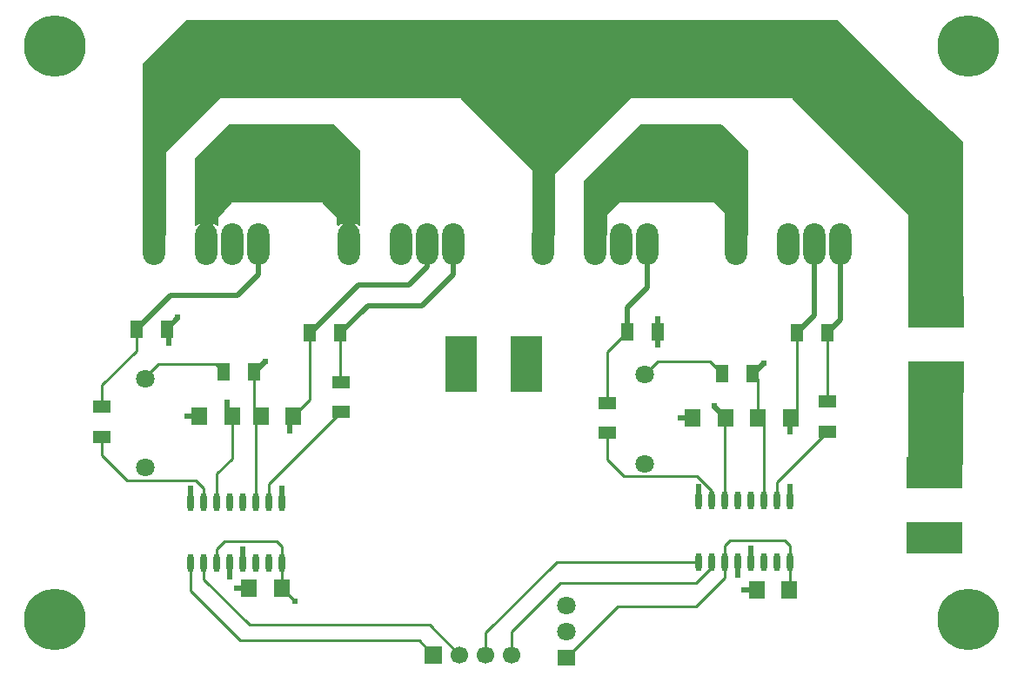
<source format=gtl>
G04 Layer: TopLayer*
G04 EasyEDA v6.5.23, 2023-05-04 17:13:00*
G04 607db096b8b445a3a5bfbfc94cd9f4cc,a707f60854a14c978b55351e1b3b8125,10*
G04 Gerber Generator version 0.2*
G04 Scale: 100 percent, Rotated: No, Reflected: No *
G04 Dimensions in millimeters *
G04 leading zeros omitted , absolute positions ,4 integer and 5 decimal *
%FSLAX45Y45*%
%MOMM*%

%AMMACRO1*21,1,$1,$2,0,0,$3*%
%ADD10C,0.2540*%
%ADD11C,0.5080*%
%ADD12MACRO1,1.728X1.485X90.0000*%
%ADD13MACRO1,1.728X1.485X-90.0000*%
%ADD14MACRO1,1.701X1.2075X0.0000*%
%ADD15R,1.7010X1.2075*%
%ADD16MACRO1,1.701X1.2075X-90.0000*%
%ADD17MACRO1,1.701X1.2075X90.0000*%
%ADD18O,0.5999988X1.7999964*%
%ADD19O,2.159X4.064*%
%ADD20C,1.8000*%
%ADD21R,1.7000X1.7000*%
%ADD22C,1.7000*%
%ADD23R,1.8000X1.5748*%
%ADD24MACRO1,5.4X3.001X0.0000*%
%ADD25MACRO1,5.4X3.001X90.0000*%
%ADD26C,6.0000*%
%ADD27C,0.6096*%
%ADD28C,0.0126*%

%LPD*%
G36*
X5661660Y190500D02*
G01*
X5657748Y191262D01*
X5654497Y193497D01*
X5652262Y196748D01*
X5651500Y200660D01*
X5651500Y719683D01*
X5652262Y723595D01*
X5654497Y726897D01*
X6194602Y1267002D01*
X6197904Y1269238D01*
X6201816Y1270000D01*
X6993483Y1270000D01*
X6997395Y1269238D01*
X7000697Y1267002D01*
X7248702Y1018997D01*
X7250938Y1015695D01*
X7251700Y1011783D01*
X7251700Y200660D01*
X7250938Y196748D01*
X7248702Y193497D01*
X7245451Y191262D01*
X7241540Y190500D01*
X7033259Y190500D01*
X7029348Y191262D01*
X7026097Y193497D01*
X7023862Y196748D01*
X7023100Y200660D01*
X7023100Y405384D01*
X7022388Y407111D01*
X6922211Y507288D01*
X6920484Y508000D01*
X5995416Y508000D01*
X5993688Y507288D01*
X5880811Y394411D01*
X5880100Y392684D01*
X5880100Y200660D01*
X5879338Y196748D01*
X5877102Y193497D01*
X5873851Y191262D01*
X5869940Y190500D01*
G37*

%LPD*%
G36*
X1931009Y190500D02*
G01*
X1927148Y191262D01*
X1923846Y193497D01*
X1921662Y196748D01*
X1920900Y200660D01*
X1920900Y316077D01*
X1914296Y312775D01*
X1901291Y304190D01*
X1889353Y294182D01*
X1884425Y289001D01*
X1881174Y286664D01*
X1877263Y285800D01*
X1873300Y286512D01*
X1869948Y288747D01*
X1867712Y292049D01*
X1866900Y295960D01*
X1866900Y935583D01*
X1867662Y939495D01*
X1869897Y942797D01*
X2194102Y1267002D01*
X2197404Y1269238D01*
X2201316Y1270000D01*
X3221583Y1270000D01*
X3225495Y1269238D01*
X3228797Y1267002D01*
X3476802Y1018997D01*
X3479037Y1015695D01*
X3479800Y1011783D01*
X3479800Y295960D01*
X3478987Y292049D01*
X3476751Y288747D01*
X3473399Y286512D01*
X3469436Y285800D01*
X3465525Y286664D01*
X3462274Y289001D01*
X3457346Y294182D01*
X3445408Y304190D01*
X3432403Y312775D01*
X3425850Y316077D01*
X3425850Y200660D01*
X3425037Y196748D01*
X3422853Y193497D01*
X3419551Y191262D01*
X3415690Y190500D01*
X3315309Y190500D01*
X3311448Y191262D01*
X3308146Y193497D01*
X3305962Y196748D01*
X3305200Y200660D01*
X3305200Y316077D01*
X3298596Y312775D01*
X3285591Y304190D01*
X3273653Y294182D01*
X3268726Y289001D01*
X3265474Y286664D01*
X3261563Y285800D01*
X3257600Y286512D01*
X3254248Y288747D01*
X3252012Y292049D01*
X3251200Y295960D01*
X3251200Y367284D01*
X3250488Y369011D01*
X3112211Y507288D01*
X3110484Y508000D01*
X2223719Y508000D01*
X2221839Y507238D01*
X2096160Y356362D01*
X2095500Y354838D01*
X2095500Y295960D01*
X2094687Y292049D01*
X2092452Y288747D01*
X2089099Y286512D01*
X2085136Y285800D01*
X2081225Y286664D01*
X2077974Y289001D01*
X2073046Y294182D01*
X2061108Y304190D01*
X2048103Y312775D01*
X2041550Y316077D01*
X2041550Y200660D01*
X2040737Y196748D01*
X2038553Y193497D01*
X2035251Y191262D01*
X2031390Y190500D01*
G37*

%LPD*%
G36*
X8823960Y-495300D02*
G01*
X8820048Y-494538D01*
X8816797Y-492302D01*
X8814562Y-489051D01*
X8813800Y-485140D01*
X8813800Y392684D01*
X8813088Y394411D01*
X7684211Y1523288D01*
X7682484Y1524000D01*
X6109716Y1524000D01*
X6107988Y1523288D01*
X5372100Y787400D01*
X5372100Y200660D01*
X5371338Y196748D01*
X5369102Y193497D01*
X5365851Y191262D01*
X5361940Y190500D01*
X5166360Y190500D01*
X5162448Y191262D01*
X5159197Y193497D01*
X5156962Y196748D01*
X5156200Y200660D01*
X5156200Y824484D01*
X5155488Y826211D01*
X4458411Y1523288D01*
X4456684Y1524000D01*
X2109216Y1524000D01*
X2107488Y1523288D01*
X1588211Y1004011D01*
X1587500Y1002284D01*
X1587500Y200660D01*
X1586738Y196748D01*
X1584502Y193497D01*
X1581251Y191262D01*
X1577340Y190500D01*
X1369060Y190500D01*
X1365148Y191262D01*
X1361897Y193497D01*
X1359662Y196748D01*
X1358900Y200660D01*
X1358900Y1862683D01*
X1359662Y1866595D01*
X1361897Y1869897D01*
X1775002Y2283002D01*
X1778304Y2285238D01*
X1782216Y2286000D01*
X8123783Y2286000D01*
X8127695Y2285238D01*
X8130997Y2283002D01*
X8902801Y1511198D01*
X9343898Y1107897D01*
X9346336Y1104544D01*
X9347200Y1100429D01*
X9347200Y-485140D01*
X9346438Y-489051D01*
X9344202Y-492302D01*
X9340951Y-494538D01*
X9337040Y-495300D01*
G37*

%LPD*%
G36*
X8823960Y-2044700D02*
G01*
X8820048Y-2043938D01*
X8816797Y-2041702D01*
X8814562Y-2038451D01*
X8813800Y-2034539D01*
X8813800Y-1280160D01*
X8814562Y-1276248D01*
X8816797Y-1272997D01*
X8820048Y-1270762D01*
X8823960Y-1270000D01*
X9337040Y-1270000D01*
X9340951Y-1270762D01*
X9344202Y-1272997D01*
X9346438Y-1276248D01*
X9347200Y-1280160D01*
X9347200Y-2034539D01*
X9346438Y-2038451D01*
X9344202Y-2041702D01*
X9340951Y-2043938D01*
X9337040Y-2044700D01*
G37*

%LPD*%
D10*
X5765800Y101600D02*
G01*
X5765800Y533400D01*
X6057900Y825500D01*
X6883400Y825500D01*
X7137400Y571500D01*
X7137400Y101600D01*
X1981200Y101600D02*
G01*
X1981200Y533400D01*
X2260600Y812800D01*
X3009900Y812800D01*
X3365500Y457200D01*
X3365500Y101600D01*
X5257800Y101600D02*
G01*
X5257800Y1181100D01*
X5969000Y1892300D01*
X7670800Y1892300D01*
X9080500Y482600D01*
X9080500Y-558800D01*
X7664958Y-1587500D02*
G01*
X7726126Y-1526331D01*
X7726126Y-762000D01*
X6075126Y-749300D02*
G01*
X5880100Y-944326D01*
X5880100Y-1439621D01*
D11*
X6375400Y-622300D02*
G01*
X6375400Y-876300D01*
X6370873Y-749300D02*
G01*
X6375400Y-744773D01*
X6375400Y-622300D01*
D10*
X2507741Y-1574800D02*
G01*
X2446578Y-1513636D01*
X2446578Y-1143000D01*
X2826258Y-1574800D02*
G01*
X2989026Y-1412031D01*
X2989026Y-762000D01*
X3289300Y-1236421D02*
G01*
X3284773Y-1231894D01*
X3284773Y-762000D01*
X7297978Y-1155700D02*
G01*
X7346441Y-1204163D01*
X7346441Y-1587500D01*
D11*
X1595678Y-723900D02*
G01*
X1612900Y-741121D01*
X1612900Y-863600D01*
D10*
X1299971Y-723900D02*
G01*
X1299971Y-935228D01*
X965200Y-1270000D01*
X965200Y-1477771D01*
D11*
X7664958Y-1587500D02*
G01*
X7658100Y-1594357D01*
X7658100Y-1727200D01*
D10*
X7346441Y-1587500D02*
G01*
X7404100Y-1645157D01*
X7404100Y-2395220D01*
D11*
X2826258Y-1574800D02*
G01*
X2794000Y-1607057D01*
X2794000Y-1714500D01*
D10*
X2507741Y-1574800D02*
G01*
X2463800Y-1618742D01*
X2463800Y-2407920D01*
X8026400Y-1722678D02*
G01*
X7531100Y-2217978D01*
X7531100Y-2395220D01*
X7023100Y-2395220D02*
G01*
X7023100Y-1594357D01*
X7029958Y-1587500D01*
X7652258Y-3263900D02*
G01*
X7658100Y-3258057D01*
X7658100Y-2989579D01*
D11*
X7277100Y-2989579D02*
G01*
X7277100Y-2857500D01*
X7658100Y-2395220D02*
G01*
X7658100Y-2260600D01*
X6769100Y-2395220D02*
G01*
X6769100Y-2260600D01*
D10*
X2711958Y-3251200D02*
G01*
X2838958Y-3378200D01*
X2844800Y-3378200D01*
X2711958Y-3251200D02*
G01*
X2717800Y-3245357D01*
X2717800Y-3002279D01*
X6896100Y-2451100D02*
G01*
X6896100Y-2395220D01*
D11*
X2336800Y-3002279D02*
G01*
X2336800Y-2870200D01*
X2717800Y-2407920D02*
G01*
X2717800Y-2273300D01*
D10*
X1955800Y-2407920D02*
G01*
X1955800Y-2413000D01*
X1955800Y-2413000D02*
G01*
X1955800Y-2273300D01*
X1879600Y-2197100D01*
X1206500Y-2197100D01*
X965200Y-1955800D01*
X965200Y-1773428D01*
D11*
X1828800Y-2407920D02*
G01*
X1828800Y-2273300D01*
D10*
X2082800Y-3002279D02*
G01*
X2082800Y-2870200D01*
X2159000Y-2794000D01*
X2667000Y-2794000D01*
X2717800Y-2844800D01*
X2717800Y-3154679D01*
X5880100Y-1735328D02*
G01*
X5880100Y-1993900D01*
X6045200Y-2159000D01*
X6756400Y-2159000D01*
X6896100Y-2298700D01*
X6896100Y-2451100D01*
X7023100Y-2989579D02*
G01*
X7023100Y-2832100D01*
X7073900Y-2781300D01*
X7607300Y-2781300D01*
X7658100Y-2832100D01*
X7658100Y-3141979D01*
X8026400Y-1426921D02*
G01*
X8021878Y-1422400D01*
X8021878Y-762000D01*
D11*
X6711441Y-1587500D02*
G01*
X6591300Y-1587500D01*
X7029958Y-1587500D02*
G01*
X6921500Y-1479042D01*
X6921500Y-1473200D01*
D10*
X2590800Y-2407920D02*
G01*
X2590800Y-2230678D01*
X3289300Y-1532178D01*
D11*
X1910842Y-1574800D02*
G01*
X1790700Y-1574800D01*
D10*
X2229358Y-1574800D02*
G01*
X2229358Y-1987042D01*
X2082800Y-2133600D01*
X2082800Y-2407920D01*
D11*
X2229358Y-1574800D02*
G01*
X2184400Y-1529842D01*
X2184400Y-1435100D01*
X7726121Y-762000D02*
G01*
X7899400Y-588721D01*
X7899400Y101600D01*
X8021878Y-762000D02*
G01*
X8153400Y-630478D01*
X8153400Y101600D01*
X2989072Y-762000D02*
G01*
X3458972Y-292100D01*
X3949700Y-292100D01*
X4127500Y-114300D01*
X4127500Y101600D01*
X3284778Y-762000D02*
G01*
X3551478Y-495300D01*
X4076700Y-495300D01*
X4381500Y-190500D01*
X4381500Y101600D01*
X2489200Y101600D02*
G01*
X2489200Y-190500D01*
X2286000Y-393700D01*
X1299921Y-723900D02*
G01*
X1630121Y-393700D01*
X2286000Y-393700D01*
X1701800Y-609600D02*
G01*
X1701800Y-617778D01*
X1595678Y-723900D01*
D10*
X2150821Y-1143000D02*
G01*
X2074621Y-1066800D01*
X1511300Y-1066800D01*
X1384300Y-1193800D01*
X1384300Y-1203299D01*
X6248400Y-1165199D02*
G01*
X6372199Y-1041400D01*
X6883400Y-1041400D01*
X6997700Y-1155700D01*
X7002221Y-1155700D01*
D11*
X7404100Y-1054100D02*
G01*
X7302500Y-1155700D01*
X7297978Y-1155700D01*
X2552700Y-1041400D02*
G01*
X2451100Y-1143000D01*
X2446578Y-1143000D01*
D10*
X4699000Y-3898900D02*
G01*
X4699000Y-3683000D01*
X5392420Y-2989579D01*
X6769100Y-2989579D01*
X1828800Y-3002279D02*
G01*
X1828800Y-3276600D01*
X2311400Y-3759200D01*
X4051300Y-3759200D01*
X4191000Y-3898900D01*
X1955800Y-3002279D02*
G01*
X1955800Y-3162300D01*
X2400300Y-3606800D01*
X4152900Y-3606800D01*
X4445000Y-3898900D01*
X6896100Y-2989579D02*
G01*
X6896100Y-3048000D01*
X6743700Y-3200400D01*
X5422900Y-3200400D01*
X4953000Y-3670300D01*
X4953000Y-3898900D01*
X5486400Y-3924300D02*
G01*
X5981700Y-3429000D01*
X6743700Y-3429000D01*
X7023100Y-3149600D01*
X7023100Y-2989579D01*
D11*
X7150100Y-2989579D02*
G01*
X7150100Y-3124200D01*
X7333741Y-3263900D02*
G01*
X7213600Y-3263900D01*
X2209800Y-3002279D02*
G01*
X2209800Y-3136900D01*
X2393441Y-3251200D02*
G01*
X2273300Y-3251200D01*
X6075172Y-749300D02*
G01*
X6075172Y-516128D01*
X6273800Y-317500D01*
X6273800Y101600D01*
D12*
G01*
X7652250Y-3263900D03*
G01*
X7333749Y-3263900D03*
D13*
G01*
X2507749Y-1574800D03*
G01*
X2826250Y-1574800D03*
D12*
G01*
X2229350Y-1574800D03*
G01*
X1910849Y-1574800D03*
G01*
X7029950Y-1587500D03*
G01*
X6711449Y-1587500D03*
D13*
G01*
X7346449Y-1587500D03*
G01*
X7664950Y-1587500D03*
G01*
X2393449Y-3251200D03*
G01*
X2711950Y-3251200D03*
D14*
G01*
X3289300Y-1236423D03*
D15*
G01*
X3289300Y-1532178D03*
D14*
G01*
X965200Y-1477723D03*
D15*
G01*
X965200Y-1773478D03*
D16*
G01*
X1299923Y-723900D03*
G01*
X1595676Y-723900D03*
D17*
G01*
X3284776Y-762000D03*
G01*
X2989023Y-762000D03*
G01*
X8021876Y-762000D03*
G01*
X7726123Y-762000D03*
D16*
G01*
X6075123Y-749300D03*
G01*
X6370876Y-749300D03*
D14*
G01*
X5880100Y-1439623D03*
D15*
G01*
X5880100Y-1735378D03*
D14*
G01*
X8026400Y-1426923D03*
D15*
G01*
X8026400Y-1722678D03*
D18*
G01*
X2717800Y-2407920D03*
G01*
X2590800Y-2407920D03*
G01*
X2463800Y-2407920D03*
G01*
X2336800Y-2407920D03*
G01*
X2209800Y-2407920D03*
G01*
X2082800Y-2407920D03*
G01*
X1955800Y-2407920D03*
G01*
X1828800Y-2407920D03*
G01*
X2717800Y-3002279D03*
G01*
X2590800Y-3002279D03*
G01*
X2463800Y-3002279D03*
G01*
X2336800Y-3002279D03*
G01*
X2209800Y-3002279D03*
G01*
X2082800Y-3002279D03*
G01*
X1955800Y-3002279D03*
G01*
X1828800Y-3002279D03*
G01*
X7658100Y-2395220D03*
G01*
X7531100Y-2395220D03*
G01*
X7404100Y-2395220D03*
G01*
X7277100Y-2395220D03*
G01*
X7150100Y-2395220D03*
G01*
X7023100Y-2395220D03*
G01*
X6896100Y-2395220D03*
G01*
X6769100Y-2395220D03*
G01*
X7658100Y-2989579D03*
G01*
X7531100Y-2989579D03*
G01*
X7404100Y-2989579D03*
G01*
X7277100Y-2989579D03*
G01*
X7150100Y-2989579D03*
G01*
X7023100Y-2989579D03*
G01*
X6896100Y-2989579D03*
G01*
X6769100Y-2989579D03*
D17*
G01*
X2446576Y-1143000D03*
G01*
X2150823Y-1143000D03*
G01*
X7297976Y-1155700D03*
G01*
X7002223Y-1155700D03*
D19*
G01*
X1981200Y101600D03*
G01*
X2235200Y101600D03*
G01*
X2489200Y101600D03*
G01*
X1473200Y101600D03*
G01*
X5765800Y101600D03*
G01*
X6019800Y101600D03*
G01*
X6273800Y101600D03*
G01*
X5257800Y101600D03*
G01*
X7645400Y101600D03*
G01*
X7899400Y101600D03*
G01*
X8153400Y101600D03*
G01*
X7137400Y101600D03*
D20*
G01*
X1384300Y-1203299D03*
G01*
X1384300Y-2073300D03*
G01*
X6248400Y-1165199D03*
G01*
X6248400Y-2035200D03*
D21*
G01*
X4191000Y-3898900D03*
D22*
G01*
X4445000Y-3898900D03*
G01*
X4699000Y-3898900D03*
G01*
X4953000Y-3898900D03*
D20*
G01*
X5486400Y-3416300D03*
G01*
X5486400Y-3670300D03*
D23*
G01*
X5486400Y-3924300D03*
D19*
G01*
X3873500Y101600D03*
G01*
X4127500Y101600D03*
G01*
X4381500Y101600D03*
G01*
X3365500Y101600D03*
D24*
G01*
X9080500Y-558812D03*
G01*
X9080500Y-1193812D03*
G01*
X9067800Y-2120912D03*
G01*
X9067800Y-2755912D03*
D25*
G01*
X5092687Y-1066800D03*
G01*
X4457687Y-1066800D03*
D26*
G01*
X9398000Y-3556000D03*
G01*
X9398000Y2032000D03*
G01*
X508000Y2032000D03*
G01*
X508000Y-3556000D03*
D27*
G01*
X7658100Y-2260600D03*
G01*
X6769100Y-2260600D03*
G01*
X6375400Y-876300D03*
G01*
X6375400Y-622300D03*
G01*
X1612900Y-863600D03*
G01*
X1828800Y-2273300D03*
G01*
X2794000Y-1714500D03*
G01*
X2717800Y-2273300D03*
G01*
X7277100Y-2857500D03*
G01*
X2336800Y-2870200D03*
G01*
X2844800Y-3378200D03*
G01*
X7658100Y-1727200D03*
G01*
X6591300Y-1587500D03*
G01*
X6921500Y-1473200D03*
G01*
X1790700Y-1574800D03*
G01*
X2184400Y-1435100D03*
G01*
X1701800Y-609600D03*
G01*
X7404100Y-1054100D03*
G01*
X2552700Y-1041400D03*
G01*
X7150100Y-3124200D03*
G01*
X7213600Y-3263900D03*
G01*
X2209800Y-3136900D03*
G01*
X2273300Y-3251200D03*
M02*

</source>
